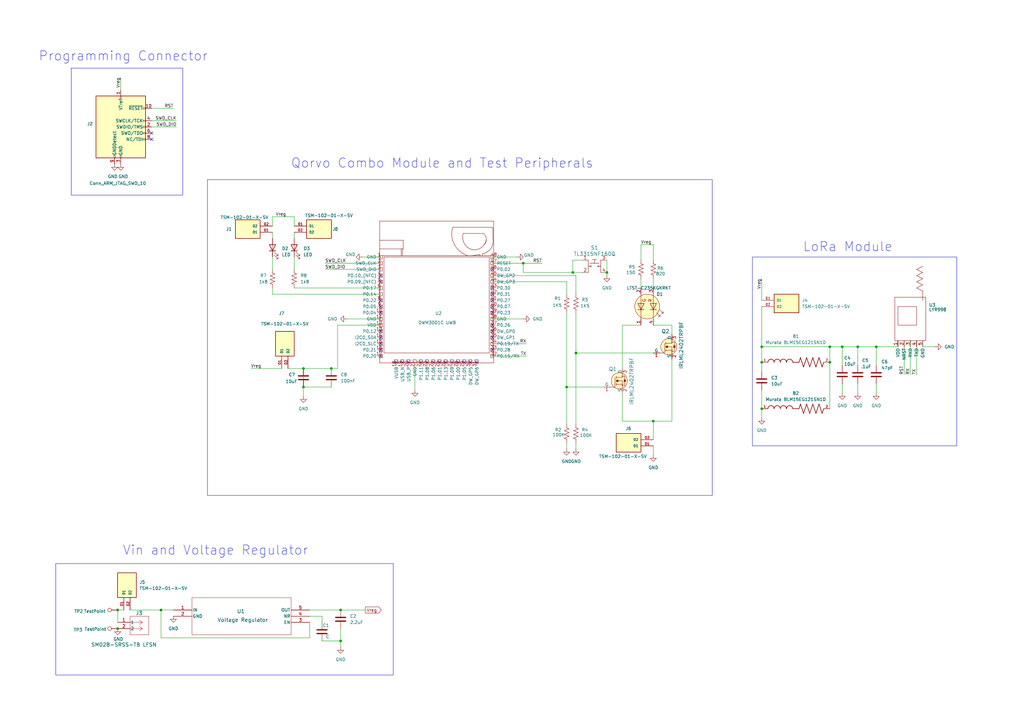
<source format=kicad_sch>
(kicad_sch (version 20231120) (generator "eeschema") (generator_version "8.0")
  (paper "A3")
  (title_block (title "BareTag_Anchor") (date "2024-10-24") (rev "1"))
  (lib_symbols
    (symbol "BLM15EG121SN1D:BLM15EG121SN1D" (pin_names (offset 1.016))
      (property "Reference" "FL" (at -12.7044 5.0815 0))
      (property "Value" "BLM15EG121SN1D" (at -12.71 -5.0866 0))
      (symbol "BLM15EG121SN1D_0_0"
        (pin passive line (at -15.24 0 0) (length 2.54) (name "~") (number "1"))
        (pin passive line (at 12.7 0 180) (length 2.54) (name "~") (number "2"))
      )
    )
    (symbol "Connector:Conn_ARM_JTAG_SWD_10" (pin_names (offset 1.016))
      (property "Reference" "J" (at -2.54 16.51 0))
      (property "Value" "Conn_ARM_JTAG_SWD_10" (at -2.54 13.97 0))
      (symbol "Conn_ARM_JTAG_SWD_10_1_1"
        (pin power_in line (at 0 15.24 270) (length 2.54) (name "VTref") (number "1"))
        (pin open_collector line (at 12.7 7.62 180) (length 2.54) (name "~{RESET}") (number "10"))
        (pin bidirectional line (at 12.7 0 180) (length 2.54) (name "SWDIO/TMS") (number "2"))
        (pin power_in line (at 0 -15.24 90) (length 2.54) (name "GND") (number "3"))
        (pin output line (at 12.7 2.54 180) (length 2.54) (name "SWCLK/TCK") (number "4"))
        (pin passive line (at 0 -15.24 90) (length 2.54) hide (name "GND") (number "5"))
        (pin input line (at 12.7 -2.54 180) (length 2.54) (name "SWO/TDO") (number "6"))
        (pin no_connect line (at -10.16 0 0) (length 2.54) hide (name "KEY") (number "7"))
        (pin output line (at 12.7 -5.08 180) (length 2.54) (name "NC/TDI") (number "8"))
        (pin passive line (at -2.54 -15.24 90) (length 2.54) (name "GNDDetect") (number "9"))
      )
    )
    (symbol "Connector:TestPoint" (pin_numbers hide) (pin_names (offset 0.762) hide)
      (property "Reference" "TP" (at 0 6.858 0))
      (property "Value" "TestPoint" (at 0 5.08 0))
      (symbol "TestPoint_1_1"
        (pin passive line (at 0 0 90) (length 2.54) (name "1") (number "1"))
      )
    )
    (symbol "Device:C" (pin_numbers hide) (pin_names (offset 0.254))
      (property "Reference" "C" (at 0.635 2.54 0))
      (property "Value" "C" (at 0.635 -2.54 0))
      (symbol "C_1_1"
        (pin passive line (at 0 3.81 270) (length 2.794) (name "~") (number "1"))
        (pin passive line (at 0 -3.81 90) (length 2.794) (name "~") (number "2"))
      )
    )
    (symbol "Device:LED" (pin_numbers hide) (pin_names (offset 1.016) hide)
      (property "Reference" "D" (at 0 2.54 0))
      (property "Value" "LED" (at 0 -2.54 0))
      (symbol "LED_1_1"
        (pin passive line (at -3.81 0 0) (length 2.54) (name "K") (number "1"))
        (pin passive line (at 3.81 0 180) (length 2.54) (name "A") (number "2"))
      )
    )
    (symbol "Device:R_US" (pin_numbers hide) (pin_names (offset 0))
      (property "Reference" "R" (at 2.54 0 90))
      (property "Value" "R_US" (at -2.54 0 90))
      (symbol "R_US_1_1"
        (pin passive line (at 0 3.81 270) (length 1.27) (name "~") (number "1"))
        (pin passive line (at 0 -3.81 90) (length 1.27) (name "~") (number "2"))
      )
    )
    (symbol "LED:LTST-C235KGKRKT" (pin_names (offset 0) hide)
      (property "Reference" "D" (at -5.08 6.35 0))
      (property "Value" "LTST-C235KGKRKT" (at 0 -5.715 0))
      (symbol "LTST-C235KGKRKT_0_0"
        (text "G" (at -2.54 -1.27 0) (effects (font (size 1.2954 1.2954))))
        (text "R" (at -2.54 1.27 0) (effects (font (size 1.2954 1.2954))))
      )
      (symbol "LTST-C235KGKRKT_1_1"
        (pin input line (at 7.62 -2.54 180) (length 2.54) (name "K2") (number "1"))
        (pin input line (at -7.62 -2.54 0) (length 2.54) (name "A2") (number "2"))
        (pin input line (at -7.62 2.54 0) (length 2.54) (name "A1") (number "3"))
        (pin input line (at 7.62 2.54 180) (length 2.54) (name "K1") (number "4"))
      )
    )
    (symbol "LoRa Module:RYLR998"
      (property "Reference" "U" (at -0.254 21.336 0))
      (symbol "RYLR998_1_1"
        (pin input line (at -3.81 1.27 270) (length 2.54) (name "VDD") (number "1"))
        (pin input line (at -1.27 1.27 270) (length 2.54) (name "NRST") (number "2"))
        (pin input line (at 1.27 1.27 270) (length 2.54) (name "RXD") (number "3"))
        (pin output line (at 3.81 1.27 270) (length 2.54) (name "TXD") (number "4"))
        (pin input line (at 6.35 1.27 270) (length 2.54) (name "GND") (number "5"))
      )
    )
    (symbol "SM02B-SRSS-TB:SM02B-SRSS-TB_LFSN" (pin_names (offset 0.254))
      (property "Reference" "J1" (at 7.366 3.81 0))
      (property "Value" "SM02B-SRSS-TB LFSN" (at -10.922 -9.144 0))
      (symbol "SM02B-SRSS-TB_LFSN_1_1"
        (pin power_out line (at 0 0 0) (length 5.08) (name "1") (number "1"))
        (pin power_out line (at 0 -2.54 0) (length 5.08) (name "2") (number "2"))
      )
      (symbol "SM02B-SRSS-TB_LFSN_1_2"
        (pin unspecified line (at 0 0 0) (length 5.08) (name "1") (number "1"))
        (pin unspecified line (at 0 -2.54 0) (length 5.08) (name "2") (number "2"))
      )
    )
    (symbol "TPS79933DDCR:TPS79933DDCR" (pin_names (offset 0.254))
      (property "Reference" "U1" (at 27.686 -0.508 0))
      (property "Value" "Voltage Regulator" (at 28.448 -4.064 0))
      (symbol "TPS79933DDCR_0_1"
        (pin input line (at 0 0 0) (length 7.62) (name "IN") (number "1"))
        (pin power_in line (at 0 -2.54 0) (length 7.62) (name "GND") (number "2"))
      )
      (symbol "TPS79933DDCR_1_1"
        (pin input line (at 55.88 -5.08 180) (length 7.62) (name "EN") (number "3"))
        (pin output line (at 55.88 -2.54 180) (length 7.62) (name "NR") (number "4"))
        (pin power_out line (at 55.88 0 180) (length 7.62) (name "OUT") (number "5"))
      )
    )
    (symbol "dk_Tactile-Switches:TL3315NF160Q" (pin_names (offset 1.016))
      (property "Reference" "S" (at 0 5.08 0))
      (property "Value" "TL3315NF160Q" (at 0 -5.08 0))
      (symbol "TL3315NF160Q_1_1"
        (pin passive line (at -5.08 2.54 0) (length 2.54) (name "~") (number "1"))
        (pin passive line (at -5.08 -2.54 0) (length 2.54) (name "~") (number "2"))
        (pin passive line (at 5.08 2.54 180) (length 2.54) (name "~") (number "3"))
        (pin passive line (at 5.08 -2.54 180) (length 2.54) (name "~") (number "4"))
      )
    )
    (symbol "dk_Transistors-FETs-MOSFETs-Single:IRLML2402TRPBF" (pin_names (offset 0))
      (property "Reference" "Q" (at -2.6924 3.6322 0))
      (property "Value" "IRLML2402TRPBF" (at 3.4544 0 90))
      (symbol "IRLML2402TRPBF_1_1"
        (pin bidirectional line (at -7.62 -2.54 0) (length 2.54) (name "G") (number "1"))
        (pin bidirectional line (at 0 -5.08 90) (length 2.54) (name "S") (number "2"))
        (pin bidirectional line (at 0 5.08 270) (length 2.54) (name "D") (number "3"))
      )
    )
    (symbol "power:GND" (power) (pin_numbers hide) (pin_names (offset 0) hide)
      (property "Value" "GND" (at 0 -3.81 0))
      (symbol "GND_1_1"
        (pin power_in line (at 0 0 270) (length 0) (name "~") (number "1"))
      )
    )
    (symbol "sdp:DWM3001C"
      (property "Reference" "U2" (at 2.032 -2.794 0))
      (property "Value" "DWM3001C UWB" (at 1.524 -6.604 0))
      (symbol "DWM3001C_1_1"
        (pin power_in line (at -21.59 20.32 180) (length 1.27) (name "GND") (number "1"))
        (pin bidirectional line (at -21.59 -2.54 180) (length 1.27) (name "P0.04") (number "10"))
        (pin power_in line (at -21.59 -5.08 180) (length 1.27) (name "GND") (number "11"))
        (pin power_in line (at -21.59 -7.62 180) (length 1.27) (name "VDD") (number "12"))
        (pin bidirectional line (at -21.59 -10.16 180) (length 1.27) (name "P0.12") (number "13"))
        (pin bidirectional line (at -21.59 -12.7 180) (length 1.27) (name "I2C0_SDA") (number "14"))
        (pin bidirectional line (at -21.59 -15.24 180) (length 1.27) (name "I2C0_SLC") (number "15"))
        (pin bidirectional line (at -21.59 -17.78 180) (length 1.27) (name "P0.21") (number "16"))
        (pin bidirectional line (at -21.59 -20.32 180) (length 1.27) (name "P0.20") (number "17"))
        (pin bidirectional line (at -15.24 -22.86 270) (length 1.27) (name "VUSB") (number "18"))
        (pin bidirectional line (at -12.7 -22.86 270) (length 1.27) (name "USB_N") (number "19"))
        (pin input line (at -21.59 17.78 180) (length 1.27) (name "SWD_CLK") (number "2"))
        (pin bidirectional line (at -10.16 -22.86 270) (length 1.27) (name "USB_P") (number "20"))
        (pin power_in line (at -7.62 -22.86 270) (length 1.27) (name "GND") (number "21"))
        (pin bidirectional line (at -5.08 -22.86 270) (length 1.27) (name "P1.11") (number "22"))
        (pin bidirectional line (at -2.54 -22.86 270) (length 1.27) (name "P1.08") (number "23"))
        (pin bidirectional line (at 0 -22.86 270) (length 1.27) (name "P1.06") (number "24"))
        (pin bidirectional line (at 2.54 -22.86 270) (length 1.27) (name "P1.01") (number "25"))
        (pin bidirectional line (at 5.08 -22.86 270) (length 1.27) (name "P1.13") (number "26"))
        (pin bidirectional line (at 7.62 -22.86 270) (length 1.27) (name "P1.09") (number "27"))
        (pin bidirectional line (at 10.16 -22.86 270) (length 1.27) (name "P1.00") (number "28"))
        (pin bidirectional line (at 12.7 -22.86 270) (length 1.27) (name "P1.05") (number "29"))
        (pin bidirectional line (at -21.59 15.24 180) (length 1.27) (name "SWD_DIO") (number "3"))
        (pin bidirectional line (at 15.24 -22.86 270) (length 1.27) (name "DW_GP5") (number "30"))
        (pin bidirectional line (at 17.78 -22.86 270) (length 1.27) (name "DW_GP6") (number "31"))
        (pin bidirectional line (at 24.13 -20.32 0) (length 1.27) (name "P0.15/RX") (number "32"))
        (pin bidirectional line (at 24.13 -17.78 0) (length 1.27) (name "P0.28") (number "33"))
        (pin bidirectional line (at 24.13 -15.24 0) (length 1.27) (name "P0.19/TX") (number "34"))
        (pin bidirectional line (at 24.13 -12.7 0) (length 1.27) (name "DW_GP1") (number "35"))
        (pin bidirectional line (at 24.13 -10.16 0) (length 1.27) (name "DW_GP0") (number "36"))
        (pin bidirectional line (at 24.13 -7.62 0) (length 1.27) (name "P0.26") (number "37"))
        (pin power_in line (at 24.13 -5.08 0) (length 1.27) (name "GND") (number "38"))
        (pin bidirectional line (at 24.13 -2.54 0) (length 1.27) (name "P0.23") (number "39"))
        (pin bidirectional line (at -21.59 12.7 180) (length 1.27) (name "P0.10_(NFC)") (number "4"))
        (pin bidirectional line (at 24.13 0 0) (length 1.27) (name "P0.07") (number "40"))
        (pin bidirectional line (at 24.13 2.54 0) (length 1.27) (name "P0.27") (number "41"))
        (pin bidirectional line (at 24.13 5.08 0) (length 1.27) (name "P0.31") (number "42"))
        (pin bidirectional line (at 24.13 7.62 0) (length 1.27) (name "P0.30") (number "43"))
        (pin bidirectional line (at 24.13 10.16 0) (length 1.27) (name "DW_GP3") (number "44"))
        (pin bidirectional line (at 24.13 12.7 0) (length 1.27) (name "DW_GP2") (number "45"))
        (pin bidirectional line (at 24.13 15.24 0) (length 1.27) (name "P0.02") (number "46"))
        (pin bidirectional line (at 24.13 17.78 0) (length 1.27) (name "RESET") (number "47"))
        (pin power_in line (at 24.13 20.32 0) (length 1.27) (name "GND") (number "48"))
        (pin bidirectional line (at -21.59 10.16 180) (length 1.27) (name "P0.09_(NFC)") (number "5"))
        (pin bidirectional line (at -21.59 7.62 180) (length 1.27) (name "P0.17") (number "6"))
        (pin bidirectional line (at -21.59 5.08 180) (length 1.27) (name "P0.14") (number "7"))
        (pin bidirectional line (at -21.59 2.54 180) (length 1.27) (name "P0.22") (number "8"))
        (pin bidirectional line (at -21.59 0 180) (length 1.27) (name "P0.05") (number "9"))
      )
    )
    (symbol "sdp:TSM-102-01-X-SV" (pin_names (offset 1.016))
      (property "Reference" "J" (at -5.08 3.302 0))
      (property "Value" "TSM-102-01-X-SV" (at -5.08 -7.62 0))
      (symbol "TSM-102-01-X-SV_0_0"
        (pin passive line (at -10.16 0 0) (length 5.08) (name "01") (number "01"))
        (pin passive line (at -10.16 -2.54 0) (length 5.08) (name "02") (number "02"))
      )
    )
  )
  (junction (at 124.46 151.13))
  (junction (at 232.41 158.75))
  (junction (at 139.7 262.89))
  (junction (at 267.97 172.72))
  (junction (at 66.04 250.19))
  (junction (at 312.42 148.59))
  (junction (at 124.46 158.75))
  (junction (at 351.79 142.24))
  (junction (at 345.44 142.24))
  (junction (at 139.7 250.19))
  (junction (at 236.22 144.78))
  (junction (at 214.63 107.95))
  (junction (at 135.89 151.13))
  (junction (at 312.42 167.64))
  (junction (at 340.36 142.24))
  (junction (at 48.26 257.81))
  (junction (at 312.42 142.24))
  (junction (at 340.36 148.59))
  (junction (at 48.26 250.19))
  (junction (at 234.95 111.76))
  (junction (at 359.41 142.24))
  (junction (at 248.92 111.76))
  (no_connect (at 195.58 148.59))
  (no_connect (at 201.93 133.35))
  (no_connect (at 201.93 135.89))
  (no_connect (at 156.21 128.27))
  (no_connect (at 156.21 138.43))
  (no_connect (at 156.21 135.89))
  (no_connect (at 156.21 115.57))
  (no_connect (at 201.93 138.43))
  (no_connect (at 201.93 123.19))
  (no_connect (at 62.23 57.15))
  (no_connect (at 156.21 146.05))
  (no_connect (at 201.93 120.65))
  (no_connect (at 162.56 148.59))
  (no_connect (at 193.04 148.59))
  (no_connect (at 172.72 148.59))
  (no_connect (at 62.23 54.61))
  (no_connect (at 156.21 113.03))
  (no_connect (at 156.21 123.19))
  (no_connect (at 156.21 125.73))
  (no_connect (at 180.34 148.59))
  (no_connect (at 187.96 148.59))
  (no_connect (at 201.93 110.49))
  (no_connect (at 190.5 148.59))
  (no_connect (at 201.93 118.11))
  (no_connect (at 156.21 140.97))
  (no_connect (at 165.1 148.59))
  (no_connect (at 201.93 125.73))
  (no_connect (at 201.93 143.51))
  (no_connect (at 167.64 148.59))
  (no_connect (at 182.88 148.59))
  (no_connect (at 177.8 148.59))
  (no_connect (at 185.42 148.59))
  (no_connect (at 175.26 148.59))
  (no_connect (at 201.93 128.27))
  (no_connect (at 156.21 143.51))
  (wire (pts (xy 48.26 250.19) (xy 50.8 250.19)))
  (wire (pts (xy 111.76 118.11) (xy 111.76 120.65)))
  (wire (pts (xy 124.46 158.75) (xy 124.46 162.56)))
  (wire (pts (xy 148.59 105.41) (xy 156.21 105.41)))
  (wire (pts (xy 102.87 151.13) (xy 115.57 151.13)))
  (wire (pts (xy 236.22 128.27) (xy 236.22 144.78)))
  (wire (pts (xy 139.7 250.19) (xy 149.86 250.19)))
  (wire (pts (xy 232.41 158.75) (xy 232.41 173.99)))
  (wire (pts (xy 201.93 146.05) (xy 215.9 146.05)))
  (wire (pts (xy 120.65 105.41) (xy 120.65 110.49)))
  (wire (pts (xy 345.44 142.24) (xy 351.79 142.24)))
  (wire (pts (xy 312.42 167.64) (xy 312.42 171.45)))
  (wire (pts (xy 214.63 107.95) (xy 222.25 107.95)))
  (wire (pts (xy 127 255.27) (xy 127 261.62)))
  (wire (pts (xy 312.42 148.59) (xy 312.42 152.4)))
  (wire (pts (xy 120.65 95.25) (xy 120.65 97.79)))
  (wire (pts (xy 232.41 181.61) (xy 232.41 184.15)))
  (wire (pts (xy 373.38 139.7) (xy 373.38 153.67)))
  (wire (pts (xy 142.24 130.81) (xy 156.21 130.81)))
  (wire (pts (xy 236.22 113.03) (xy 236.22 120.65)))
  (wire (pts (xy 359.41 157.48) (xy 359.41 161.29)))
  (wire (pts (xy 66.04 261.62) (xy 66.04 250.19)))
  (wire (pts (xy 111.76 120.65) (xy 156.21 120.65)))
  (wire (pts (xy 368.3 139.7) (xy 368.3 142.24)))
  (wire (pts (xy 267.97 172.72) (xy 267.97 180.34)))
  (wire (pts (xy 234.95 111.76) (xy 238.76 111.76)))
  (wire (pts (xy 262.89 114.3) (xy 262.89 118.11)))
  (wire (pts (xy 139.7 257.81) (xy 139.7 262.89)))
  (wire (pts (xy 340.36 148.59) (xy 340.36 167.64)))
  (wire (pts (xy 359.41 142.24) (xy 368.3 142.24)))
  (wire (pts (xy 232.41 158.75) (xy 247.65 158.75)))
  (wire (pts (xy 139.7 262.89) (xy 139.7 265.43)))
  (wire (pts (xy 378.46 139.7) (xy 378.46 142.24)))
  (wire (pts (xy 111.76 88.9) (xy 120.65 88.9)))
  (wire (pts (xy 124.46 158.75) (xy 135.89 158.75)))
  (wire (pts (xy 262.89 133.35) (xy 255.27 133.35)))
  (wire (pts (xy 212.09 105.41) (xy 201.93 105.41)))
  (wire (pts (xy 66.04 250.19) (xy 71.12 250.19)))
  (wire (pts (xy 124.46 151.13) (xy 135.89 151.13)))
  (wire (pts (xy 232.41 128.27) (xy 232.41 158.75)))
  (wire (pts (xy 72.39 49.53) (xy 62.23 49.53)))
  (wire (pts (xy 340.36 142.24) (xy 345.44 142.24)))
  (wire (pts (xy 138.43 133.35) (xy 138.43 151.13)))
  (wire (pts (xy 133.35 107.95) (xy 156.21 107.95)))
  (wire (pts (xy 111.76 88.9) (xy 111.76 92.71)))
  (wire (pts (xy 312.42 114.3) (xy 312.42 123.19)))
  (wire (pts (xy 267.97 114.3) (xy 267.97 118.11)))
  (wire (pts (xy 132.08 252.73) (xy 132.08 255.27)))
  (wire (pts (xy 312.42 160.02) (xy 312.42 167.64)))
  (wire (pts (xy 359.41 142.24) (xy 359.41 149.86)))
  (wire (pts (xy 111.76 105.41) (xy 111.76 110.49)))
  (wire (pts (xy 214.63 111.76) (xy 214.63 107.95)))
  (wire (pts (xy 234.95 106.68) (xy 234.95 111.76)))
  (wire (pts (xy 340.36 142.24) (xy 340.36 148.59)))
  (wire (pts (xy 267.97 182.88) (xy 267.97 186.69)))
  (wire (pts (xy 345.44 142.24) (xy 345.44 149.86)))
  (wire (pts (xy 170.18 160.02) (xy 170.18 148.59)))
  (wire (pts (xy 127 261.62) (xy 66.04 261.62)))
  (wire (pts (xy 255.27 172.72) (xy 255.27 161.29)))
  (wire (pts (xy 345.44 157.48) (xy 345.44 161.29)))
  (wire (pts (xy 234.95 111.76) (xy 214.63 111.76)))
  (wire (pts (xy 275.59 133.35) (xy 275.59 137.16)))
  (wire (pts (xy 132.08 262.89) (xy 139.7 262.89)))
  (wire (pts (xy 133.35 110.49) (xy 156.21 110.49)))
  (wire (pts (xy 267.97 172.72) (xy 255.27 172.72)))
  (wire (pts (xy 351.79 157.48) (xy 351.79 161.29)))
  (wire (pts (xy 120.65 88.9) (xy 120.65 92.71)))
  (wire (pts (xy 248.92 106.68) (xy 248.92 111.76)))
  (wire (pts (xy 201.93 115.57) (xy 232.41 115.57)))
  (wire (pts (xy 135.89 151.13) (xy 138.43 151.13)))
  (wire (pts (xy 236.22 181.61) (xy 236.22 184.15)))
  (wire (pts (xy 111.76 95.25) (xy 111.76 97.79)))
  (wire (pts (xy 214.63 130.81) (xy 201.93 130.81)))
  (wire (pts (xy 127 252.73) (xy 132.08 252.73)))
  (wire (pts (xy 71.12 44.45) (xy 62.23 44.45)))
  (wire (pts (xy 124.46 158.75) (xy 124.46 151.13)))
  (wire (pts (xy 127 250.19) (xy 139.7 250.19)))
  (wire (pts (xy 48.26 250.19) (xy 48.26 255.27)))
  (wire (pts (xy 351.79 142.24) (xy 359.41 142.24)))
  (wire (pts (xy 375.92 139.7) (xy 375.92 153.67)))
  (wire (pts (xy 370.84 139.7) (xy 370.84 153.67)))
  (wire (pts (xy 275.59 147.32) (xy 275.59 172.72)))
  (wire (pts (xy 262.89 106.68) (xy 262.89 100.33)))
  (wire (pts (xy 351.79 142.24) (xy 351.79 149.86)))
  (wire (pts (xy 267.97 133.35) (xy 275.59 133.35)))
  (wire (pts (xy 312.42 142.24) (xy 340.36 142.24)))
  (wire (pts (xy 312.42 125.73) (xy 312.42 142.24)))
  (wire (pts (xy 267.97 106.68) (xy 267.97 100.33)))
  (wire (pts (xy 275.59 172.72) (xy 267.97 172.72)))
  (wire (pts (xy 378.46 142.24) (xy 383.54 142.24)))
  (wire (pts (xy 72.39 52.07) (xy 62.23 52.07)))
  (wire (pts (xy 255.27 133.35) (xy 255.27 151.13)))
  (wire (pts (xy 53.34 250.19) (xy 66.04 250.19)))
  (wire (pts (xy 232.41 115.57) (xy 232.41 120.65)))
  (wire (pts (xy 49.53 31.75) (xy 49.53 36.83)))
  (wire (pts (xy 201.93 113.03) (xy 236.22 113.03)))
  (wire (pts (xy 236.22 144.78) (xy 236.22 173.99)))
  (wire (pts (xy 201.93 140.97) (xy 215.9 140.97)))
  (wire (pts (xy 236.22 144.78) (xy 267.97 144.78)))
  (wire (pts (xy 120.65 118.11) (xy 156.21 118.11)))
  (wire (pts (xy 238.76 106.68) (xy 234.95 106.68)))
  (wire (pts (xy 262.89 100.33) (xy 267.97 100.33)))
  (wire (pts (xy 201.93 107.95) (xy 214.63 107.95)))
  (wire (pts (xy 118.11 151.13) (xy 124.46 151.13)))
  (wire (pts (xy 312.42 142.24) (xy 312.42 148.59)))
  (wire (pts (xy 138.43 133.35) (xy 156.21 133.35)))
  (wire (pts (xy 248.92 111.76) (xy 248.92 113.03)))
  (rectangle (start 29.21 27.94) (end 74.93 80.01))
  (rectangle (start 22.86 231.14) (end 161.29 276.86))
  (rectangle (start 308.61 105.41) (end 392.43 182.88))
  (rectangle (start 85.09 73.66) (end 292.1 203.2))
  (text "LoRa Module" (at 347.726 101.346 0) (effects (font (size 3.81 3.81))))
  (text "Vin and Voltage Regulator" (at 88.392 225.806 0) (effects (font (size 3.81 3.81))))
  (text "Qorvo Combo Module and Test Peripherals" (at 181.356 67.056 0) (effects (font (size 3.81 3.81))))
  (text "Programming Connector" (at 50.546 23.114 0) (effects (font (size 3.81 3.81))))
  (label "Vreg" (at 262.89 100.33 0))
  (label "RX" (at 373.38 153.67 90))
  (label "RST" (at 370.84 153.67 90))
  (label "TX" (at 215.9 146.05 180))
  (label "RST" (at 71.12 44.45 180))
  (label "SWD_CLK" (at 133.35 107.95 0))
  (label "SWD_DIO" (at 133.35 110.49 0))
  (label "Vreg" (at 49.53 31.75 270))
  (label "Vreg" (at 113.03 88.9 0))
  (label "RX" (at 215.9 140.97 180))
  (label "SWD_DIO" (at 72.39 52.07 180))
  (label "Vreg" (at 102.87 151.13 0))
  (label "TX" (at 375.92 153.67 90))
  (label "SWD_CLK" (at 72.39 49.53 180))
  (label "Vreg" (at 312.42 114.3 270))
  (label "RST" (at 222.25 107.95 180))
  (global_label "Vreg" (shape output) (at 149.86 250.19 0) (property "Intersheetrefs" "${INTERSHEET_REFS}" (effects (hide yes))))
  (symbol (lib_id "Device:LED") (at 120.65 101.6 90) (unit 1)
    (property "Reference" "D3" (at 124.46 101.9174 90) (effects (justify right)))
    (property "Value" "LED" (at 124.46 104.4574 90) (effects (justify right)))
    (property "Description" "Light emitting diode" (effects (hide yes)))
  )
  (symbol (lib_id "Device:C") (at 351.79 153.67 0) (unit 1)
    (property "Reference" "C5" (at 353.568 147.828 0) (effects (justify left)))
    (property "Value" ".1uF" (at 353.06 150.368 0) (effects (justify left)))
    (property "Description" "Unpolarized capacitor" (effects (hide yes)))
  )
  (symbol (lib_id "Device:R_US") (at 236.22 177.8 0) (unit 1)
    (property "Reference" "R4" (at 238.506 176.276 0) (effects (justify left)))
    (property "Value" "100K" (at 237.744 178.562 0) (effects (justify left)))
    (property "Description" "Resistor, US symbol" (effects (hide yes)))
  )
  (symbol (lib_id "LED:LTST-C235KGKRKT") (at 265.43 125.73 270) (unit 1)
    (property "Reference" "D1" (at 269.24 120.65 90) (effects (justify left)))
    (property "Value" "LTST-C235KGKRKT" (at 257.048 118.11 90) (effects (justify left)))
    (property "Footprint" "LED_SMD:LED_LiteOn_LTST-C235KGKRKT" (effects (hide yes)))
    (property "Datasheet" "https://optoelectronics.liteon.com/upload/download/DS22-2009-0219/LTST-C235KGKRKT.pdf" (effects (hide yes)))
    (property "Description" "LED dual red/green, 4-pin, down-facing" (effects (hide yes)))
  )
  (symbol (lib_id "sdp:DWM3001C") (at 177.8 125.73 0) (unit 1)
    (property "Reference" "U2" (at 179.832 128.524 0))
    (property "Value" "DWM3001C UWB" (at 179.324 132.334 0))
    (property "Footprint" "DWM3001C:DWM3001C" (effects (hide yes)))
  )
  (symbol (lib_id "power:GND") (at 139.7 265.43 0) (unit 1)
    (property "Reference" "#PWR011" (effects (hide yes)))
    (property "Value" "GND" (at 139.7 270.51 0))
    (property "Description" "Power symbol creates a global label with name \"GND\" , ground" (effects (hide yes)))
  )
  (symbol (lib_id "power:GND") (at 46.99 67.31 0) (unit 1)
    (property "Reference" "#PWR02" (effects (hide yes)))
    (property "Value" "GND" (at 46.228 72.39 0))
    (property "Description" "Power symbol creates a global label with name \"GND\" , ground" (effects (hide yes)))
  )
  (symbol (lib_id "power:GND") (at 170.18 160.02 0) (unit 1)
    (property "Reference" "#PWR08" (effects (hide yes)))
    (property "Value" "GND" (at 170.18 165.1 0))
    (property "Description" "Power symbol creates a global label with name \"GND\" , ground" (effects (hide yes)))
  )
  (symbol (lib_id "power:GND") (at 71.12 252.73 0) (unit 1)
    (property "Reference" "#PWR07" (effects (hide yes)))
    (property "Value" "GND" (at 71.12 257.81 0))
    (property "Description" "Power symbol creates a global label with name \"GND\" , ground" (effects (hide yes)))
  )
  (symbol (lib_id "Device:C") (at 345.44 153.67 0) (unit 1)
    (property "Reference" "C4" (at 346.202 146.812 0) (effects (justify left)))
    (property "Value" "10uF" (at 346.202 149.352 0) (effects (justify left)))
    (property "Description" "Unpolarized capacitor" (effects (hide yes)))
  )
  (symbol (lib_id "dk_Transistors-FETs-MOSFETs-Single:IRLML2402TRPBF") (at 255.27 156.21 0) (unit 1)
    (property "Reference" "Q1" (at 249.682 151.384 0) (effects (font (size 1.524 1.524)) (justify left)))
    (property "Value" "IRLML2402TRPBF" (at 259.08 166.116 90) (effects (font (size 1.524 1.524)) (justify left)))
    (property "Footprint" "digikey-footprints:SOT-23-3" (effects (hide yes)))
    (property "Datasheet" "https://www.infineon.com/dgdl/irlml2402pbf.pdf?fileId=5546d462533600a401535664e5ef25fa" (effects (hide yes)))
    (property "Description" "MOSFET N-CH 20V 1.2A SOT-23" (effects (hide yes)))
    (property "Digi-Key_PN" "IRLML2402PBFCT-ND" (effects (hide yes)))
    (property "MPN" "IRLML2402TRPBF" (effects (hide yes)))
    (property "Category" "Discrete Semiconductor Products" (effects (hide yes)))
    (property "Family" "Transistors - FETs, MOSFETs - Single" (effects (hide yes)))
    (property "DK_Datasheet_Link" "https://www.infineon.com/dgdl/irlml2402pbf.pdf?fileId=5546d462533600a401535664e5ef25fa" (effects (hide yes)))
    (property "DK_Detail_Page" "/product-detail/en/infineon-technologies/IRLML2402TRPBF/IRLML2402PBFCT-ND/812508" (effects (hide yes)))
    (property "Description_1" "MOSFET N-CH 20V 1.2A SOT-23" (effects (hide yes)))
    (property "Manufacturer" "Infineon Technologies" (effects (hide yes)))
    (property "Status" "Active" (effects (hide yes)))
  )
  (symbol (lib_id "Device:R_US") (at 111.76 114.3 0) (unit 1)
    (property "Reference" "R7" (at 106.68 113.03 0) (effects (justify left)))
    (property "Value" "1k8" (at 106.172 115.57 0) (effects (justify left)))
    (property "Description" "Resistor, US symbol" (effects (hide yes)))
  )
  (symbol (lib_id "power:GND") (at 248.92 113.03 0) (unit 1)
    (property "Reference" "#PWR019" (effects (hide yes)))
    (property "Value" "GND" (at 248.92 118.11 0))
    (property "Description" "Power symbol creates a global label with name \"GND\" , ground" (effects (hide yes)))
  )
  (symbol (lib_id "dk_Tactile-Switches:TL3315NF160Q") (at 243.84 109.22 0) (unit 1)
    (property "Reference" "S1" (at 243.84 101.6 0) (effects (font (size 1.524 1.524))))
    (property "Value" "TL3315NF160Q" (at 243.84 104.14 0) (effects (font (size 1.524 1.524))))
    (property "Footprint" "digikey-footprints:Switch_Tactile_SMD_4.5x4.5mm_TL3315NF160Q" (effects (hide yes)))
    (property "Datasheet" "http://spec_sheets.e-switch.com/specs/P010337.pdf" (effects (hide yes)))
    (property "Description" "SWITCH TACTILE SPST-NO 0.05A 15V" (effects (hide yes)))
    (property "Digi-Key_PN" "EG4621CT-ND" (effects (hide yes)))
    (property "MPN" "TL3315NF160Q" (effects (hide yes)))
    (property "Category" "Switches" (effects (hide yes)))
    (property "Family" "Tactile Switches" (effects (hide yes)))
    (property "DK_Datasheet_Link" "http://spec_sheets.e-switch.com/specs/P010337.pdf" (effects (hide yes)))
    (property "DK_Detail_Page" "/product-detail/en/e-switch/TL3315NF160Q/EG4621CT-ND/1870401" (effects (hide yes)))
    (property "Description_1" "SWITCH TACTILE SPST-NO 0.05A 15V" (effects (hide yes)))
    (property "Manufacturer" "E-Switch" (effects (hide yes)))
    (property "Status" "Active" (effects (hide yes)))
  )
  (symbol (lib_id "Device:R_US") (at 262.89 110.49 0) (unit 1)
    (property "Reference" "R5" (at 257.81 109.474 0) (effects (justify left)))
    (property "Value" "150" (at 256.794 111.76 0) (effects (justify left)))
    (property "Description" "Resistor, US symbol" (effects (hide yes)))
  )
  (symbol (lib_id "power:GND") (at 312.42 171.45 0) (unit 1)
    (property "Reference" "#PWR012" (effects (hide yes)))
    (property "Value" "GND" (at 312.42 176.53 0))
    (property "Description" "Power symbol creates a global label with name \"GND\" , ground" (effects (hide yes)))
  )
  (symbol (lib_id "Device:LED") (at 111.76 101.6 90) (unit 1)
    (property "Reference" "D2" (at 115.57 101.9174 90) (effects (justify right)))
    (property "Value" "LED" (at 115.57 104.4574 90) (effects (justify right)))
    (property "Description" "Light emitting diode" (effects (hide yes)))
  )
  (symbol (lib_id "Device:R_US") (at 232.41 124.46 0) (unit 1)
    (property "Reference" "R1" (at 227.33 122.428 0) (effects (justify left)))
    (property "Value" "1K5" (at 226.568 125.222 0) (effects (justify left)))
    (property "Description" "Resistor, US symbol" (effects (hide yes)))
  )
  (symbol (lib_id "power:GND") (at 383.54 142.24 90) (unit 1)
    (property "Reference" "#PWR016" (effects (hide yes)))
    (property "Value" "GND" (at 387.35 142.2399 90) (effects (justify right)))
    (property "Description" "Power symbol creates a global label with name \"GND\" , ground" (effects (hide yes)))
  )
  (symbol (lib_id "power:GND") (at 351.79 161.29 0) (unit 1)
    (property "Reference" "#PWR014" (effects (hide yes)))
    (property "Value" "GND" (at 351.79 166.37 0))
    (property "Description" "Power symbol creates a global label with name \"GND\" , ground" (effects (hide yes)))
  )
  (symbol (lib_id "Device:R_US") (at 232.41 177.8 0) (unit 1)
    (property "Reference" "R2" (at 227.584 176.276 0) (effects (justify left)))
    (property "Value" "100K" (at 226.568 178.308 0) (effects (justify left)))
    (property "Description" "Resistor, US symbol" (effects (hide yes)))
  )
  (symbol (lib_id "Device:C") (at 135.89 154.94 0) (unit 1)
    (property "Reference" "C8" (at 139.7 153.6699 0) (effects (justify left)))
    (property "Value" "100nF" (at 139.7 156.2099 0) (effects (justify left)))
    (property "Description" "Unpolarized capacitor" (effects (hide yes)))
  )
  (symbol (lib_id "power:GND") (at 345.44 161.29 0) (unit 1)
    (property "Reference" "#PWR013" (effects (hide yes)))
    (property "Value" "GND" (at 345.44 166.37 0))
    (property "Description" "Power symbol creates a global label with name \"GND\" , ground" (effects (hide yes)))
  )
  (symbol (lib_id "BLM15EG121SN1D:BLM15EG121SN1D") (at 327.66 167.64 0) (unit 1)
    (property "Reference" "B2" (at 326.39 161.29 0))
    (property "Value" "Murata BLM15EG121SN1D" (at 326.39 163.83 0))
    (property "Footprint" "BLM15EG121SN1D:BEADC1005X55N" (effects (hide yes)))
    (property "DigiKey_Part_Number" "490-4004-2-ND" (effects (hide yes)))
    (property "SnapEDA_Link" "https://www.snapeda.com/parts/BLM15EG121SN1D/Murata/view-part/?ref=snap" (effects (hide yes)))
    (property "Description_1" "\n120 Ohms @ 100 MHz 1 - Ferrite Bead 0402 (1005 Metric) 1.5A 95mOhm\n" (effects (hide yes)))
    (property "MF" "Murata Electronics" (effects (hide yes)))
    (property "Package" "1005 Taiyo Yuden" (effects (hide yes)))
    (property "Check_prices" "https://www.snapeda.com/parts/BLM15EG121SN1D/Murata/view-part/?ref=eda" (effects (hide yes)))
    (property "MP" "BLM15EG121SN1D" (effects (hide yes)))
  )
  (symbol (lib_id "SM02B-SRSS-TB:SM02B-SRSS-TB_LFSN") (at 48.26 255.27 0) (unit 1)
    (property "Reference" "J3" (at 55.626 251.46 0) (effects (font (size 1.524 1.524)) (justify left)))
    (property "Value" "SM02B-SRSS-TB LFSN" (at 37.338 264.414 0) (effects (font (size 1.524 1.524)) (justify left)))
    (property "Footprint" "Connector_JST:CONN_SM02B-SRSS-TB_JST" (effects (hide yes)))
    (property "Datasheet" "SM02B-SRSS-TB LFSN" (effects (hide yes)))
  )
  (symbol (lib_id "power:GND") (at 49.53 67.31 0) (unit 1)
    (property "Reference" "#PWR03" (effects (hide yes)))
    (property "Value" "GND" (at 50.546 72.39 0))
    (property "Description" "Power symbol creates a global label with name \"GND\" , ground" (effects (hide yes)))
  )
  (symbol (lib_id "Device:C") (at 124.46 154.94 0) (unit 1)
    (property "Reference" "C7" (at 118.364 153.67 0) (effects (justify left)))
    (property "Value" "10uF" (at 117.094 156.464 0) (effects (justify left)))
    (property "Description" "Unpolarized capacitor" (effects (hide yes)))
  )
  (symbol (lib_id "power:GND") (at 267.97 186.69 0) (unit 1)
    (property "Reference" "#PWR020" (effects (hide yes)))
    (property "Value" "GND" (at 267.97 191.77 0))
    (property "Description" "Power symbol creates a global label with name \"GND\" , ground" (effects (hide yes)))
  )
  (symbol (lib_id "Device:C") (at 312.42 156.21 0) (unit 1)
    (property "Reference" "C3" (at 316.23 154.9399 0) (effects (justify left)))
    (property "Value" "10uF" (at 316.23 157.4799 0) (effects (justify left)))
    (property "Description" "Unpolarized capacitor" (effects (hide yes)))
  )
  (symbol (lib_id "power:GND") (at 148.59 105.41 270) (unit 1)
    (property "Reference" "#PWR05" (effects (hide yes)))
    (property "Value" "GND" (at 145.796 104.394 90) (effects (justify right)))
    (property "Description" "Power symbol creates a global label with name \"GND\" , ground" (effects (hide yes)))
  )
  (symbol (lib_id "power:GND") (at 232.41 184.15 0) (unit 1)
    (property "Reference" "#PWR017" (effects (hide yes)))
    (property "Value" "GND" (at 232.41 189.23 0))
    (property "Description" "Power symbol creates a global label with name \"GND\" , ground" (effects (hide yes)))
  )
  (symbol (lib_id "Device:R_US") (at 236.22 124.46 0) (unit 1)
    (property "Reference" "R3" (at 238.506 122.936 0) (effects (justify left)))
    (property "Value" "1K5" (at 237.998 125.476 0) (effects (justify left)))
    (property "Description" "Resistor, US symbol" (effects (hide yes)))
  )
  (symbol (lib_id "sdp:TSM-102-01-X-SV") (at 130.81 92.71 0) (unit 1)
    (property "Reference" "J8" (at 138.684 93.98 0) (effects (justify right)))
    (property "Value" "TSM-102-01-X-SV" (at 144.78 88.392 0) (effects (justify right)))
    (property "Footprint" "TSM-102-01-X-SV:SAMTEC_TSM-102-01-X-SV" (effects (hide yes)))
    (property "PARTREV" "D" (effects (hide yes)))
    (property "STANDARD" "Manufacturer Recommendations" (effects (hide yes)))
    (property "MANUFACTURER" "Samtec" (effects (hide yes)))
  )
  (symbol (lib_id "TPS79933DDCR:TPS79933DDCR") (at 71.12 250.19 0) (unit 1)
    (property "Reference" "U1" (at 98.806 250.698 0) (effects (font (size 1.524 1.524))))
    (property "Value" "Voltage Regulator" (at 99.568 254.254 0) (effects (font (size 1.524 1.524))))
    (property "Footprint" "Package_TO_SOT_SMD:DDC5" (effects (hide yes)))
    (property "Datasheet" "TPS79933DDCR" (effects (hide yes)))
  )
  (symbol (lib_id "sdp:TSM-102-01-X-SV") (at 101.6 95.25 180) (unit 1)
    (property "Reference" "J1" (at 92.71 93.98 0) (effects (justify right)))
    (property "Value" "TSM-102-01-X-SV" (at 90.424 89.154 0) (effects (justify right)))
    (property "Footprint" "TSM-102-01-X-SV:SAMTEC_TSM-102-01-X-SV" (effects (hide yes)))
    (property "PARTREV" "D" (effects (hide yes)))
    (property "STANDARD" "Manufacturer Recommendations" (effects (hide yes)))
    (property "MANUFACTURER" "Samtec" (effects (hide yes)))
  )
  (symbol (lib_id "power:GND") (at 124.46 162.56 0) (unit 1)
    (property "Reference" "#PWR01" (effects (hide yes)))
    (property "Value" "GND" (at 124.46 167.64 0))
    (property "Description" "Power symbol creates a global label with name \"GND\" , ground" (effects (hide yes)))
  )
  (symbol (lib_id "sdp:TSM-102-01-X-SV") (at 257.81 182.88 180) (unit 1)
    (property "Reference" "J6" (at 256.54 175.768 0) (effects (justify right)))
    (property "Value" "TSM-102-01-X-SV" (at 245.618 187.198 0) (effects (justify right)))
    (property "Footprint" "TSM-102-01-X-SV:SAMTEC_TSM-102-01-X-SV" (effects (hide yes)))
    (property "PARTREV" "D" (effects (hide yes)))
    (property "STANDARD" "Manufacturer Recommendations" (effects (hide yes)))
    (property "MANUFACTURER" "Samtec" (effects (hide yes)))
  )
  (symbol (lib_id "sdp:TSM-102-01-X-SV") (at 322.58 123.19 0) (unit 1)
    (property "Reference" "J4" (at 328.93 123.1899 0) (effects (justify left)))
    (property "Value" "TSM-102-01-X-SV" (at 328.93 125.7299 0) (effects (justify left)))
    (property "Footprint" "TSM-102-01-X-SV:SAMTEC_TSM-102-01-X-SV" (effects (hide yes)))
    (property "PARTREV" "D" (effects (hide yes)))
    (property "STANDARD" "Manufacturer Recommendations" (effects (hide yes)))
    (property "MANUFACTURER" "Samtec" (effects (hide yes)))
  )
  (symbol (lib_id "power:GND") (at 142.24 130.81 270) (unit 1)
    (property "Reference" "#PWR06" (effects (hide yes)))
    (property "Value" "GND" (at 138.43 130.8099 90) (effects (justify right)))
    (property "Description" "Power symbol creates a global label with name \"GND\" , ground" (effects (hide yes)))
  )
  (symbol (lib_id "power:GND") (at 236.22 184.15 0) (unit 1)
    (property "Reference" "#PWR018" (effects (hide yes)))
    (property "Value" "GND" (at 236.22 189.23 0))
    (property "Description" "Power symbol creates a global label with name \"GND\" , ground" (effects (hide yes)))
  )
  (symbol (lib_id "Device:R_US") (at 120.65 114.3 0) (unit 1)
    (property "Reference" "R8" (at 123.19 113.0299 0) (effects (justify left)))
    (property "Value" "1k8" (at 123.19 115.5699 0) (effects (justify left)))
    (property "Description" "Resistor, US symbol" (effects (hide yes)))
  )
  (symbol (lib_id "Connector:TestPoint") (at 48.26 250.19 90) (unit 1)
    (property "Reference" "TP2" (at 32.258 250.698 90))
    (property "Value" "TestPoint" (at 38.862 250.698 90))
    (property "Description" "test point" (effects (hide yes)))
  )
  (symbol (lib_id "LoRa Module:RYLR998") (at 372.11 140.97 0) (unit 1)
    (property "Reference" "U3" (at 381 125.0949 0) (effects (justify left)))
    (property "Value" "LYR998" (at 381 127 0) (effects (justify left)))
    (property "Footprint" "Connector_PinHeader_2.54mm:PinHeader_1x05_P2.54mm_Vertical" (effects (hide yes)))
  )
  (symbol (lib_id "Device:C") (at 139.7 254 180) (unit 1)
    (property "Reference" "C2" (at 143.51 252.7299 0) (effects (justify right)))
    (property "Value" "2.2uF" (at 143.51 255.2699 0) (effects (justify right)))
    (property "Footprint" "imported:GRM155C80J225KE95D" (effects (hide yes)))
    (property "Description" "Unpolarized capacitor" (effects (hide yes)))
  )
  (symbol (lib_id "sdp:TSM-102-01-X-SV") (at 115.57 140.97 90) (unit 1)
    (property "Reference" "J7" (at 114.3 128.524 90) (effects (justify right)))
    (property "Value" "TSM-102-01-X-SV" (at 106.934 132.842 90) (effects (justify right)))
    (property "Footprint" "TSM-102-01-X-SV:SAMTEC_TSM-102-01-X-SV" (effects (hide yes)))
    (property "PARTREV" "D" (effects (hide yes)))
    (property "STANDARD" "Manufacturer Recommendations" (effects (hide yes)))
    (property "MANUFACTURER" "Samtec" (effects (hide yes)))
  )
  (symbol (lib_id "Connector:Conn_ARM_JTAG_SWD_10") (at 49.53 52.07 0) (unit 1)
    (property "Reference" "J2" (at 38.1 50.7999 0) (effects (justify right)))
    (property "Value" "Conn_ARM_JTAG_SWD_10" (at 59.944 75.184 0) (effects (justify right)))
    (property "Footprint" "Connector_PinHeader_1.27mm:PinHeader_2x05_P1.27mm_Vertical_SMD" (effects (hide yes)))
    (property "Datasheet" "http://infocenter.arm.com/help/topic/com.arm.doc.ddi0314h/DDI0314H_coresight_components_trm.pdf" (effects (hide yes)))
    (property "Description" "Cortex Debug Connector, standard ARM Cortex-M SWD and JTAG interface" (effects (hide yes)))
  )
  (symbol (lib_id "power:GND") (at 359.41 161.29 0) (unit 1)
    (property "Reference" "#PWR015" (effects (hide yes)))
    (property "Value" "GND" (at 359.41 166.37 0))
    (property "Description" "Power symbol creates a global label with name \"GND\" , ground" (effects (hide yes)))
  )
  (symbol (lib_id "power:GND") (at 212.09 105.41 90) (unit 1)
    (property "Reference" "#PWR010" (effects (hide yes)))
    (property "Value" "GND" (at 214.884 104.648 90) (effects (justify right)))
    (property "Description" "Power symbol creates a global label with name \"GND\" , ground" (effects (hide yes)))
  )
  (symbol (lib_id "Connector:TestPoint") (at 48.26 257.81 90) (unit 1)
    (property "Reference" "TP3" (at 32.004 258.318 90))
    (property "Value" "TestPoint" (at 39.116 258.064 90))
    (property "Description" "test point" (effects (hide yes)))
  )
  (symbol (lib_id "power:GND") (at 214.63 130.81 90) (unit 1)
    (property "Reference" "#PWR09" (effects (hide yes)))
    (property "Value" "GND" (at 218.44 130.8099 90) (effects (justify right)))
    (property "Description" "Power symbol creates a global label with name \"GND\" , ground" (effects (hide yes)))
  )
  (symbol (lib_id "sdp:TSM-102-01-X-SV") (at 50.8 240.03 90) (unit 1)
    (property "Reference" "J5" (at 57.15 238.7599 90) (effects (justify right)))
    (property "Value" "TSM-102-01-X-SV" (at 57.15 241.2999 90) (effects (justify right)))
    (property "Footprint" "TSM-102-01-X-SV:SAMTEC_TSM-102-01-X-SV" (effects (hide yes)))
    (property "PARTREV" "D" (effects (hide yes)))
    (property "STANDARD" "Manufacturer Recommendations" (effects (hide yes)))
    (property "MANUFACTURER" "Samtec" (effects (hide yes)))
  )
  (symbol (lib_id "power:GND") (at 48.26 257.81 0) (unit 1)
    (property "Reference" "#PWR04" (effects (hide yes)))
    (property "Value" "GND" (at 48.514 262.128 0))
    (property "Description" "Power symbol creates a global label with name \"GND\" , ground" (effects (hide yes)))
  )
  (symbol (lib_id "dk_Transistors-FETs-MOSFETs-Single:IRLML2402TRPBF") (at 275.59 142.24 0) (unit 1)
    (property "Reference" "Q2" (at 271.272 135.89 0) (effects (font (size 1.524 1.524)) (justify left)))
    (property "Value" "IRLML2402TRPBF" (at 279.4 151.384 90) (effects (font (size 1.524 1.524)) (justify left)))
    (property "Footprint" "digikey-footprints:SOT-23-3" (effects (hide yes)))
    (property "Datasheet" "https://www.infineon.com/dgdl/irlml2402pbf.pdf?fileId=5546d462533600a401535664e5ef25fa" (effects (hide yes)))
    (property "Description" "MOSFET N-CH 20V 1.2A SOT-23" (effects (hide yes)))
    (property "Digi-Key_PN" "IRLML2402PBFCT-ND" (effects (hide yes)))
    (property "MPN" "IRLML2402TRPBF" (effects (hide yes)))
    (property "Category" "Discrete Semiconductor Products" (effects (hide yes)))
    (property "Family" "Transistors - FETs, MOSFETs - Single" (effects (hide yes)))
    (property "DK_Datasheet_Link" "https://www.infineon.com/dgdl/irlml2402pbf.pdf?fileId=5546d462533600a401535664e5ef25fa" (effects (hide yes)))
    (property "DK_Detail_Page" "/product-detail/en/infineon-technologies/IRLML2402TRPBF/IRLML2402PBFCT-ND/812508" (effects (hide yes)))
    (property "Description_1" "MOSFET N-CH 20V 1.2A SOT-23" (effects (hide yes)))
    (property "Manufacturer" "Infineon Technologies" (effects (hide yes)))
    (property "Status" "Active" (effects (hide yes)))
  )
  (symbol (lib_id "Device:C") (at 359.41 153.67 0) (unit 1)
    (property "Reference" "C6" (at 361.442 148.336 0) (effects (justify left)))
    (property "Value" "47pF" (at 361.442 150.876 0) (effects (justify left)))
    (property "Description" "Unpolarized capacitor" (effects (hide yes)))
  )
  (symbol (lib_id "Device:R_US") (at 267.97 110.49 0) (unit 1)
    (property "Reference" "R6" (at 269.494 109.982 0) (effects (justify left)))
    (property "Value" "820" (at 268.986 112.268 0) (effects (justify left)))
    (property "Description" "Resistor, US symbol" (effects (hide yes)))
  )
  (symbol (lib_id "Device:C") (at 132.08 259.08 0) (unit 1)
    (property "Reference" "C1" (at 132.334 256.54 0) (effects (justify left)))
    (property "Value" "C" (at 133.604 261.112 0) (effects (justify left)))
    (property "Footprint" "imported:GRM155C80J225KE95D" (effects (hide yes)))
    (property "Description" "Unpolarized capacitor" (effects (hide yes)))
  )
  (symbol (lib_id "BLM15EG121SN1D:BLM15EG121SN1D") (at 327.66 148.59 0) (unit 1)
    (property "Reference" "B1" (at 326.39 137.922 0))
    (property "Value" "Murata BLM15EG121SN1D" (at 326.39 140.462 0))
    (property "Footprint" "BLM15EG121SN1D:BEADC1005X55N" (effects (hide yes)))
    (property "DigiKey_Part_Number" "490-4004-2-ND" (effects (hide yes)))
    (property "SnapEDA_Link" "https://www.snapeda.com/parts/BLM15EG121SN1D/Murata/view-part/?ref=snap" (effects (hide yes)))
    (property "Description_1" "\n120 Ohms @ 100 MHz 1 - Ferrite Bead 0402 (1005 Metric) 1.5A 95mOhm\n" (effects (hide yes)))
    (property "MF" "Murata Electronics" (effects (hide yes)))
    (property "Package" "1005 Taiyo Yuden" (effects (hide yes)))
    (property "Check_prices" "https://www.snapeda.com/parts/BLM15EG121SN1D/Murata/view-part/?ref=eda" (effects (hide yes)))
    (property "MP" "BLM15EG121SN1D" (effects (hide yes)))
  )
)
</source>
